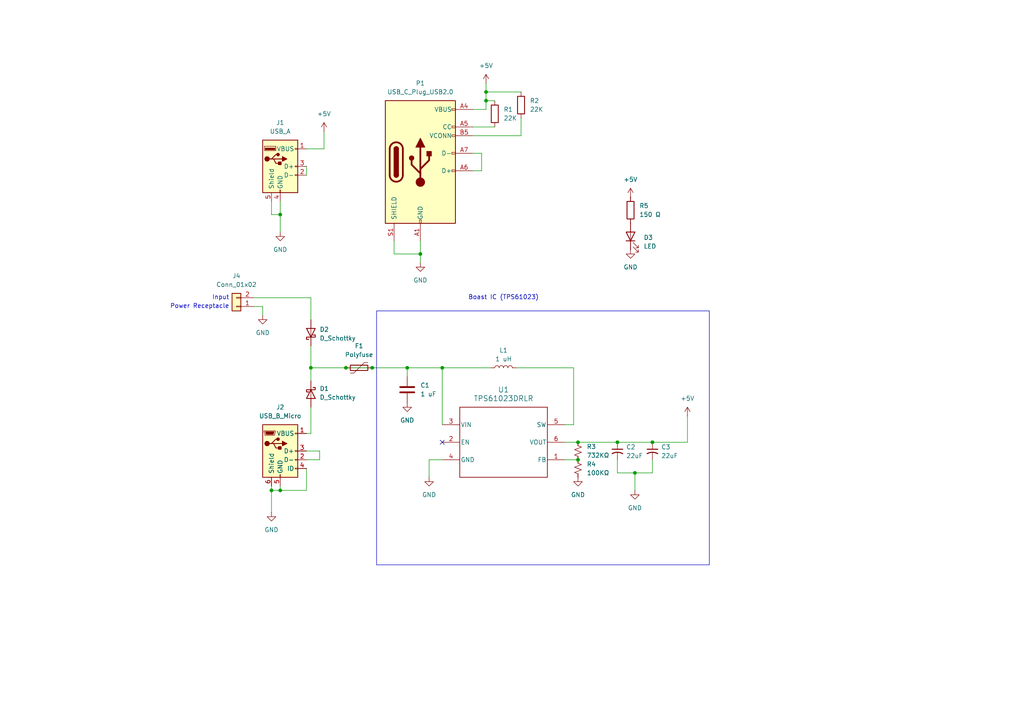
<source format=kicad_sch>
(kicad_sch (version 20250114) (generator "eeschema") (generator_version "9.0")
  (paper "A4")
  (lib_symbols
    (symbol "2025-09-26_03-45-56:TPS61023DRLR" (pin_names (offset 0.254))
      (property "Reference" "U" (at 0 2.54 0))
      (property "Value" "TPS61023DRLR" (at 0 0 0))
      (symbol "TPS61023DRLR_0_1"
        (polyline (pts (xy -12.7 10.16) (xy -12.7 -10.16)) (stroke (width 0.2032)))
        (polyline (pts (xy -12.7 -10.16) (xy 12.7 -10.16)) (stroke (width 0.2032)))
        (polyline (pts (xy 12.7 10.16) (xy -12.7 10.16)) (stroke (width 0.2032)))
        (polyline (pts (xy 12.7 -10.16) (xy 12.7 10.16)) (stroke (width 0.2032)))
        (pin power_in line (at -17.78 5.08 0) (length 5.08) (name "VIN") (number "3"))
        (pin input line (at -17.78 0 0) (length 5.08) (name "EN") (number "2"))
        (pin power_in line (at -17.78 -5.08 0) (length 5.08) (name "GND") (number "4"))
        (pin power_in line (at 17.78 5.08 180) (length 5.08) (name "SW") (number "5"))
        (pin power_in line (at 17.78 0 180) (length 5.08) (name "VOUT") (number "6"))
        (pin input line (at 17.78 -5.08 180) (length 5.08) (name "FB") (number "1"))
      )
    )
    (symbol "Connector:USB_A" (pin_names (offset 1.016))
      (property "Reference" "J" (at -5.08 11.43 0))
      (property "Value" "USB_A" (at -5.08 8.89 0))
      (symbol "USB_A_0_1"
        (rectangle (start -5.08 -7.62) (end 5.08 7.62) (stroke (width 0.254)) (fill (type background)))
        (circle (center -3.81 2.159) (radius 0.635) (stroke (width 0.254)) (fill (type outline)))
        (polyline (pts (xy -3.175 2.159) (xy -2.54 2.159) (xy -1.27 3.429) (xy -0.635 3.429)) (stroke (width 0.254)))
        (polyline (pts (xy -2.54 2.159) (xy -1.905 2.159) (xy -1.27 0.889) (xy 0 0.889)) (stroke (width 0.254)))
        (rectangle (start -1.524 4.826) (end -4.318 5.334) (fill (type outline)))
        (rectangle (start -1.27 4.572) (end -4.572 5.842))
        (circle (center -0.635 3.429) (radius 0.381) (stroke (width 0.254)) (fill (type outline)))
        (rectangle (start -0.127 -7.62) (end 0.127 -6.858))
        (rectangle (start 0.254 1.27) (end -0.508 0.508) (stroke (width 0.254)) (fill (type outline)))
        (polyline (pts (xy 0.635 2.794) (xy 0.635 1.524) (xy 1.905 2.159) (xy 0.635 2.794)) (stroke (width 0.254)) (fill (type outline)))
        (rectangle (start 5.08 4.953) (end 4.318 5.207))
        (rectangle (start 5.08 -0.127) (end 4.318 0.127))
        (rectangle (start 5.08 -2.667) (end 4.318 -2.413))
      )
      (symbol "USB_A_1_1"
        (polyline (pts (xy -1.905 2.159) (xy 0.635 2.159)) (stroke (width 0.254)))
        (pin passive line (at -2.54 -10.16 90) (length 2.54) (name "Shield") (number "5"))
        (pin power_in line (at 0 -10.16 90) (length 2.54) (name "GND") (number "4"))
        (pin power_in line (at 7.62 5.08 180) (length 2.54) (name "VBUS") (number "1"))
        (pin bidirectional line (at 7.62 0 180) (length 2.54) (name "D+") (number "3"))
        (pin bidirectional line (at 7.62 -2.54 180) (length 2.54) (name "D-") (number "2"))
      )
    )
    (symbol "Connector:USB_B_Micro" (pin_names (offset 1.016))
      (property "Reference" "J" (at -5.08 11.43 0))
      (property "Value" "USB_B_Micro" (at -5.08 8.89 0))
      (symbol "USB_B_Micro_0_1"
        (rectangle (start -5.08 -7.62) (end 5.08 7.62) (stroke (width 0.254)) (fill (type background)))
        (polyline (pts (xy -4.699 5.842) (xy -4.699 5.588) (xy -4.445 4.826) (xy -4.445 4.572) (xy -1.651 4.572) (xy -1.651 4.826) (xy -1.397 5.588) (xy -1.397 5.842) (xy -4.699 5.842)))
        (polyline (pts (xy -4.318 5.588) (xy -1.778 5.588) (xy -2.032 4.826) (xy -4.064 4.826) (xy -4.318 5.588)) (fill (type outline)))
        (circle (center -3.81 2.159) (radius 0.635) (stroke (width 0.254)) (fill (type outline)))
        (polyline (pts (xy -3.175 2.159) (xy -2.54 2.159) (xy -1.27 3.429) (xy -0.635 3.429)) (stroke (width 0.254)))
        (polyline (pts (xy -2.54 2.159) (xy -1.905 2.159) (xy -1.27 0.889) (xy 0 0.889)) (stroke (width 0.254)))
        (polyline (pts (xy -1.905 2.159) (xy 0.635 2.159)) (stroke (width 0.254)))
        (circle (center -0.635 3.429) (radius 0.381) (stroke (width 0.254)) (fill (type outline)))
        (rectangle (start -0.127 -7.62) (end 0.127 -6.858))
        (rectangle (start 0.254 1.27) (end -0.508 0.508) (stroke (width 0.254)) (fill (type outline)))
        (polyline (pts (xy 0.635 2.794) (xy 0.635 1.524) (xy 1.905 2.159) (xy 0.635 2.794)) (stroke (width 0.254)) (fill (type outline)))
        (rectangle (start 5.08 4.953) (end 4.318 5.207))
        (rectangle (start 5.08 -0.127) (end 4.318 0.127))
        (rectangle (start 5.08 -2.667) (end 4.318 -2.413))
        (rectangle (start 5.08 -5.207) (end 4.318 -4.953))
      )
      (symbol "USB_B_Micro_1_1"
        (pin passive line (at -2.54 -10.16 90) (length 2.54) (name "Shield") (number "6"))
        (pin power_out line (at 0 -10.16 90) (length 2.54) (name "GND") (number "5"))
        (pin power_out line (at 7.62 5.08 180) (length 2.54) (name "VBUS") (number "1"))
        (pin bidirectional line (at 7.62 0 180) (length 2.54) (name "D+") (number "3"))
        (pin bidirectional line (at 7.62 -2.54 180) (length 2.54) (name "D-") (number "2"))
        (pin passive line (at 7.62 -5.08 180) (length 2.54) (name "ID") (number "4"))
      )
    )
    (symbol "Connector:USB_C_Plug_USB2.0" (pin_names (offset 1.016))
      (property "Reference" "P" (at -10.16 19.05 0))
      (property "Value" "USB_C_Plug_USB2.0" (at 12.7 19.05 0))
      (symbol "USB_C_Plug_USB2.0_0_0"
        (rectangle (start -0.254 -17.78) (end 0.254 -16.764))
        (rectangle (start 10.16 15.494) (end 9.144 14.986))
        (rectangle (start 10.16 10.414) (end 9.144 9.906))
        (rectangle (start 10.16 7.874) (end 9.144 7.366))
        (rectangle (start 10.16 2.794) (end 9.144 2.286))
        (rectangle (start 10.16 -2.286) (end 9.144 -2.794))
      )
      (symbol "USB_C_Plug_USB2.0_0_1"
        (rectangle (start -10.16 17.78) (end 10.16 -17.78) (stroke (width 0.254)) (fill (type background)))
        (polyline (pts (xy -8.89 -3.81) (xy -8.89 3.81)) (stroke (width 0.508)))
        (rectangle (start -7.62 -3.81) (end -6.35 3.81) (stroke (width 0.254)) (fill (type outline)))
        (arc (start -7.62 3.81) (mid -6.985 4.4423) (end -6.35 3.81) (stroke (width 0.254)))
        (arc (start -7.62 3.81) (mid -6.985 4.4423) (end -6.35 3.81) (stroke (width 0.254)) (fill (type outline)))
        (arc (start -8.89 3.81) (mid -6.985 5.7067) (end -5.08 3.81) (stroke (width 0.508)))
        (arc (start -5.08 -3.81) (mid -6.985 -5.7067) (end -8.89 -3.81) (stroke (width 0.508)))
        (arc (start -6.35 -3.81) (mid -6.985 -4.4423) (end -7.62 -3.81) (stroke (width 0.254)))
        (arc (start -6.35 -3.81) (mid -6.985 -4.4423) (end -7.62 -3.81) (stroke (width 0.254)) (fill (type outline)))
        (polyline (pts (xy -5.08 3.81) (xy -5.08 -3.81)) (stroke (width 0.508)))
        (circle (center -2.54 1.143) (radius 0.635) (stroke (width 0.254)) (fill (type outline)))
        (polyline (pts (xy -1.27 4.318) (xy 0 6.858) (xy 1.27 4.318) (xy -1.27 4.318)) (stroke (width 0.254)) (fill (type outline)))
        (polyline (pts (xy 0 -2.032) (xy 2.54 0.508) (xy 2.54 1.778)) (stroke (width 0.508)))
        (polyline (pts (xy 0 -3.302) (xy -2.54 -0.762) (xy -2.54 0.508)) (stroke (width 0.508)))
        (polyline (pts (xy 0 -5.842) (xy 0 4.318)) (stroke (width 0.508)))
        (circle (center 0 -5.842) (radius 1.27) (fill (type outline)))
        (rectangle (start 1.905 1.778) (end 3.175 3.048) (stroke (width 0.254)) (fill (type outline)))
      )
      (symbol "USB_C_Plug_USB2.0_1_1"
        (pin passive line (at -7.62 -22.86 90) (length 5.08) (name "SHIELD") (number "S1"))
        (pin passive line (at 0 -22.86 90) (length 5.08) (name "GND") (number "A1"))
        (pin passive line (at 0 -22.86 90) (length 5.08) (hide yes) (name "GND") (number "A12"))
        (pin passive line (at 0 -22.86 90) (length 5.08) (hide yes) (name "GND") (number "B1"))
        (pin passive line (at 0 -22.86 90) (length 5.08) (hide yes) (name "GND") (number "B12"))
        (pin passive line (at 15.24 15.24 180) (length 5.08) (name "VBUS") (number "A4"))
        (pin passive line (at 15.24 15.24 180) (length 5.08) (hide yes) (name "VBUS") (number "A9"))
        (pin passive line (at 15.24 15.24 180) (length 5.08) (hide yes) (name "VBUS") (number "B4"))
        (pin passive line (at 15.24 15.24 180) (length 5.08) (hide yes) (name "VBUS") (number "B9"))
        (pin bidirectional line (at 15.24 10.16 180) (length 5.08) (name "CC") (number "A5"))
        (pin bidirectional line (at 15.24 7.62 180) (length 5.08) (name "VCONN") (number "B5"))
        (pin bidirectional line (at 15.24 2.54 180) (length 5.08) (name "D-") (number "A7"))
        (pin bidirectional line (at 15.24 -2.54 180) (length 5.08) (name "D+") (number "A6"))
      )
    )
    (symbol "Connector_Generic:Conn_01x02" (pin_names (offset 1.016) (hide yes))
      (property "Reference" "J" (at 0 2.54 0))
      (property "Value" "Conn_01x02" (at 0 -5.08 0))
      (symbol "Conn_01x02_1_1"
        (rectangle (start -1.27 1.27) (end 1.27 -3.81) (stroke (width 0.254)) (fill (type background)))
        (rectangle (start -1.27 0.127) (end 0 -0.127) (stroke (width 0.1524)))
        (rectangle (start -1.27 -2.413) (end 0 -2.667) (stroke (width 0.1524)))
        (pin passive line (at -5.08 0 0) (length 3.81) (name "Pin_1") (number "1"))
        (pin passive line (at -5.08 -2.54 0) (length 3.81) (name "Pin_2") (number "2"))
      )
    )
    (symbol "Device:C" (pin_numbers (hide yes)) (pin_names (offset 0.254))
      (property "Reference" "C" (at 0.635 2.54 0))
      (property "Value" "C" (at 0.635 -2.54 0))
      (symbol "C_0_1"
        (polyline (pts (xy -2.032 0.762) (xy 2.032 0.762)) (stroke (width 0.508)))
        (polyline (pts (xy -2.032 -0.762) (xy 2.032 -0.762)) (stroke (width 0.508)))
      )
      (symbol "C_1_1"
        (pin passive line (at 0 3.81 270) (length 2.794) (name "~") (number "1"))
        (pin passive line (at 0 -3.81 90) (length 2.794) (name "~") (number "2"))
      )
    )
    (symbol "Device:C_Small_US" (pin_numbers (hide yes)) (pin_names (offset 0.254) (hide yes))
      (property "Reference" "C" (at 0.254 1.778 0))
      (property "Value" "C_Small_US" (at 0.254 -2.032 0))
      (symbol "C_Small_US_0_1"
        (polyline (pts (xy -1.524 0.508) (xy 1.524 0.508)) (stroke (width 0.3048)))
        (arc (start -1.524 -0.762) (mid 0 -0.3734) (end 1.524 -0.762) (stroke (width 0.3048)))
      )
      (symbol "C_Small_US_1_1"
        (pin passive line (at 0 2.54 270) (length 2.032) (name "~") (number "1"))
        (pin passive line (at 0 -2.54 90) (length 2.032) (name "~") (number "2"))
      )
    )
    (symbol "Device:D_Schottky" (pin_numbers (hide yes)) (pin_names (offset 1.016) (hide yes))
      (property "Reference" "D" (at 0 2.54 0))
      (property "Value" "D_Schottky" (at 0 -2.54 0))
      (symbol "D_Schottky_0_1"
        (polyline (pts (xy -1.905 0.635) (xy -1.905 1.27) (xy -1.27 1.27) (xy -1.27 -1.27) (xy -0.635 -1.27) (xy -0.635 -0.635)) (stroke (width 0.254)))
        (polyline (pts (xy 1.27 1.27) (xy 1.27 -1.27) (xy -1.27 0) (xy 1.27 1.27)) (stroke (width 0.254)))
        (polyline (pts (xy 1.27 0) (xy -1.27 0)))
      )
      (symbol "D_Schottky_1_1"
        (pin passive line (at -3.81 0 0) (length 2.54) (name "K") (number "1"))
        (pin passive line (at 3.81 0 180) (length 2.54) (name "A") (number "2"))
      )
    )
    (symbol "Device:L" (pin_numbers (hide yes)) (pin_names (offset 1.016) (hide yes))
      (property "Reference" "L" (at -1.27 0 90))
      (property "Value" "L" (at 1.905 0 90))
      (symbol "L_0_1"
        (arc (start 0 2.54) (mid 0.6323 1.905) (end 0 1.27))
        (arc (start 0 1.27) (mid 0.6323 0.635) (end 0 0))
        (arc (start 0 0) (mid 0.6323 -0.635) (end 0 -1.27))
        (arc (start 0 -1.27) (mid 0.6323 -1.905) (end 0 -2.54))
      )
      (symbol "L_1_1"
        (pin passive line (at 0 3.81 270) (length 1.27) (name "1") (number "1"))
        (pin passive line (at 0 -3.81 90) (length 1.27) (name "2") (number "2"))
      )
    )
    (symbol "Device:LED" (pin_numbers (hide yes)) (pin_names (offset 1.016) (hide yes))
      (property "Reference" "D" (at 0 2.54 0))
      (property "Value" "LED" (at 0 -2.54 0))
      (symbol "LED_0_1"
        (polyline (pts (xy -3.048 -0.762) (xy -4.572 -2.286) (xy -3.81 -2.286) (xy -4.572 -2.286) (xy -4.572 -1.524)))
        (polyline (pts (xy -1.778 -0.762) (xy -3.302 -2.286) (xy -2.54 -2.286) (xy -3.302 -2.286) (xy -3.302 -1.524)))
        (polyline (pts (xy -1.27 0) (xy 1.27 0)))
        (polyline (pts (xy -1.27 -1.27) (xy -1.27 1.27)) (stroke (width 0.254)))
        (polyline (pts (xy 1.27 -1.27) (xy 1.27 1.27) (xy -1.27 0) (xy 1.27 -1.27)) (stroke (width 0.254)))
      )
      (symbol "LED_1_1"
        (pin passive line (at -3.81 0 0) (length 2.54) (name "K") (number "1"))
        (pin passive line (at 3.81 0 180) (length 2.54) (name "A") (number "2"))
      )
    )
    (symbol "Device:Polyfuse" (pin_numbers (hide yes)) (pin_names (offset 0))
      (property "Reference" "F" (at -2.54 0 90))
      (property "Value" "Polyfuse" (at 2.54 0 90))
      (symbol "Polyfuse_0_1"
        (polyline (pts (xy -1.524 2.54) (xy -1.524 1.524) (xy 1.524 -1.524) (xy 1.524 -2.54)))
        (rectangle (start -0.762 2.54) (end 0.762 -2.54) (stroke (width 0.254)))
        (polyline (pts (xy 0 2.54) (xy 0 -2.54)))
      )
      (symbol "Polyfuse_1_1"
        (pin passive line (at 0 3.81 270) (length 1.27) (name "~") (number "1"))
        (pin passive line (at 0 -3.81 90) (length 1.27) (name "~") (number "2"))
      )
    )
    (symbol "Device:R" (pin_numbers (hide yes)) (pin_names (offset 0))
      (property "Reference" "R" (at 2.032 0 90))
      (property "Value" "R" (at 0 0 90))
      (symbol "R_0_1"
        (rectangle (start -1.016 -2.54) (end 1.016 2.54) (stroke (width 0.254)))
      )
      (symbol "R_1_1"
        (pin passive line (at 0 3.81 270) (length 1.27) (name "~") (number "1"))
        (pin passive line (at 0 -3.81 90) (length 1.27) (name "~") (number "2"))
      )
    )
    (symbol "Device:R_Small_US" (pin_numbers (hide yes)) (pin_names (offset 0.254) (hide yes))
      (property "Reference" "R" (at 0.762 0.508 0))
      (property "Value" "R_Small_US" (at 0.762 -1.016 0))
      (symbol "R_Small_US_1_1"
        (polyline (pts (xy 0 1.524) (xy 1.016 1.143) (xy 0 0.762) (xy -1.016 0.381) (xy 0 0)))
        (polyline (pts (xy 0 0) (xy 1.016 -0.381) (xy 0 -0.762) (xy -1.016 -1.143) (xy 0 -1.524)))
        (pin passive line (at 0 2.54 270) (length 1.016) (name "~") (number "1"))
        (pin passive line (at 0 -2.54 90) (length 1.016) (name "~") (number "2"))
      )
    )
    (symbol "power:+5V" (power) (pin_numbers (hide yes)) (pin_names (offset 0) (hide yes))
      (property "Value" "+5V" (at 0 3.556 0))
      (symbol "+5V_0_1"
        (polyline (pts (xy -0.762 1.27) (xy 0 2.54)))
        (polyline (pts (xy 0 2.54) (xy 0.762 1.27)))
        (polyline (pts (xy 0 0) (xy 0 2.54)))
      )
      (symbol "+5V_1_1"
        (pin power_in line (at 0 0 90) (length 0) (name "~") (number "1"))
      )
    )
    (symbol "power:GND" (power) (pin_numbers (hide yes)) (pin_names (offset 0) (hide yes))
      (property "Value" "GND" (at 0 -3.81 0))
      (symbol "GND_0_1"
        (polyline (pts (xy 0 0) (xy 0 -1.27) (xy 1.27 -1.27) (xy 0 -2.54) (xy -1.27 -1.27) (xy 0 -1.27)))
      )
      (symbol "GND_1_1"
        (pin power_in line (at 0 0 270) (length 0) (name "~") (number "1"))
      )
    )
  )
  (rectangle (start 109.22 90.17) (end 205.74 163.83))
  (text "Input" (at 64.008 86.36 0) (effects (font (size 1.27 1.27))))
  (text "Boast IC (TPS61023)\n\n" (at 146.05 87.376 0) (effects (font (size 1.27 1.27))))
  (text "Power Receptacle" (at 57.912 88.9 0) (effects (font (size 1.27 1.27))))
  (junction (at 81.28 142.24))
  (junction (at 167.64 133.35))
  (junction (at 140.97 29.21))
  (junction (at 78.74 142.24))
  (junction (at 81.28 62.23))
  (junction (at 179.07 128.27))
  (junction (at 189.23 128.27))
  (junction (at 140.97 26.67))
  (junction (at 90.17 106.68))
  (junction (at 167.64 128.27))
  (junction (at 121.92 73.66))
  (junction (at 107.95 106.68))
  (junction (at 100.33 106.68))
  (junction (at 184.15 137.16))
  (junction (at 118.11 106.68))
  (junction (at 128.27 106.68))
  (no_connect (at 128.27 128.27))
  (wire (pts (xy 137.16 49.53) (xy 139.7 49.53)))
  (wire (pts (xy 137.16 36.83) (xy 143.51 36.83)))
  (wire (pts (xy 76.2 91.44) (xy 76.2 88.9)))
  (wire (pts (xy 90.17 125.73) (xy 90.17 118.11)))
  (wire (pts (xy 88.9 133.35) (xy 92.71 133.35)))
  (wire (pts (xy 90.17 92.71) (xy 90.17 86.36)))
  (wire (pts (xy 78.74 58.42) (xy 78.74 62.23)))
  (wire (pts (xy 78.74 142.24) (xy 78.74 140.97)))
  (wire (pts (xy 114.3 73.66) (xy 121.92 73.66)))
  (wire (pts (xy 189.23 137.16) (xy 189.23 133.35)))
  (wire (pts (xy 199.39 120.65) (xy 199.39 128.27)))
  (wire (pts (xy 128.27 106.68) (xy 128.27 123.19)))
  (wire (pts (xy 179.07 128.27) (xy 189.23 128.27)))
  (wire (pts (xy 140.97 24.13) (xy 140.97 26.67)))
  (wire (pts (xy 140.97 29.21) (xy 140.97 31.75)))
  (wire (pts (xy 179.07 137.16) (xy 184.15 137.16)))
  (wire (pts (xy 118.11 106.68) (xy 128.27 106.68)))
  (wire (pts (xy 166.37 123.19) (xy 163.83 123.19)))
  (wire (pts (xy 163.83 133.35) (xy 167.64 133.35)))
  (wire (pts (xy 88.9 142.24) (xy 81.28 142.24)))
  (wire (pts (xy 121.92 69.85) (xy 121.92 73.66)))
  (wire (pts (xy 90.17 100.33) (xy 90.17 106.68)))
  (wire (pts (xy 90.17 86.36) (xy 73.66 86.36)))
  (wire (pts (xy 81.28 142.24) (xy 78.74 142.24)))
  (wire (pts (xy 128.27 133.35) (xy 124.46 133.35)))
  (wire (pts (xy 114.3 69.85) (xy 114.3 73.66)))
  (wire (pts (xy 90.17 106.68) (xy 100.33 106.68)))
  (wire (pts (xy 118.11 106.68) (xy 118.11 109.22)))
  (wire (pts (xy 78.74 148.59) (xy 78.74 142.24)))
  (wire (pts (xy 90.17 106.68) (xy 90.17 110.49)))
  (wire (pts (xy 76.2 88.9) (xy 73.66 88.9)))
  (wire (pts (xy 189.23 128.27) (xy 199.39 128.27)))
  (wire (pts (xy 184.15 137.16) (xy 184.15 142.24)))
  (wire (pts (xy 151.13 39.37) (xy 137.16 39.37)))
  (wire (pts (xy 92.71 130.81) (xy 92.71 133.35)))
  (wire (pts (xy 140.97 26.67) (xy 151.13 26.67)))
  (wire (pts (xy 81.28 58.42) (xy 81.28 62.23)))
  (wire (pts (xy 88.9 135.89) (xy 88.9 142.24)))
  (wire (pts (xy 121.92 73.66) (xy 121.92 76.2)))
  (wire (pts (xy 81.28 142.24) (xy 81.28 140.97)))
  (wire (pts (xy 140.97 29.21) (xy 143.51 29.21)))
  (wire (pts (xy 179.07 137.16) (xy 179.07 133.35)))
  (wire (pts (xy 137.16 44.45) (xy 139.7 44.45)))
  (wire (pts (xy 100.33 106.68) (xy 107.95 106.68)))
  (wire (pts (xy 88.9 130.81) (xy 92.71 130.81)))
  (wire (pts (xy 149.86 106.68) (xy 166.37 106.68)))
  (wire (pts (xy 107.95 106.68) (xy 118.11 106.68)))
  (wire (pts (xy 151.13 34.29) (xy 151.13 39.37)))
  (wire (pts (xy 88.9 43.18) (xy 93.98 43.18)))
  (wire (pts (xy 81.28 62.23) (xy 81.28 67.31)))
  (wire (pts (xy 88.9 125.73) (xy 90.17 125.73)))
  (wire (pts (xy 124.46 133.35) (xy 124.46 138.43)))
  (wire (pts (xy 140.97 26.67) (xy 140.97 29.21)))
  (wire (pts (xy 88.9 48.26) (xy 88.9 50.8)))
  (wire (pts (xy 163.83 128.27) (xy 167.64 128.27)))
  (wire (pts (xy 128.27 106.68) (xy 142.24 106.68)))
  (wire (pts (xy 167.64 128.27) (xy 179.07 128.27)))
  (wire (pts (xy 139.7 44.45) (xy 139.7 49.53)))
  (wire (pts (xy 184.15 137.16) (xy 189.23 137.16)))
  (wire (pts (xy 166.37 106.68) (xy 166.37 123.19)))
  (wire (pts (xy 78.74 62.23) (xy 81.28 62.23)))
  (wire (pts (xy 140.97 31.75) (xy 137.16 31.75)))
  (wire (pts (xy 93.98 43.18) (xy 93.98 38.1)))
  (symbol (lib_id "power:GND") (at 118.11 116.84 0) (unit 1)
    (property "Reference" "#PWR07" (effects (hide yes)))
    (property "Value" "GND" (at 118.11 121.92 0))
    (property "Description" "Power symbol creates a global label with name \"GND\" , ground" (effects (hide yes)))
  )
  (symbol (lib_id "2025-09-26_03-45-56:TPS61023DRLR") (at 146.05 128.27 0) (unit 1)
    (property "Reference" "U1" (at 146.05 113.03 0) (effects (font (size 1.524 1.524))))
    (property "Value" "TPS61023DRLR" (at 146.05 115.57 0) (effects (font (size 1.524 1.524))))
    (property "Footprint" "DRL0006A" (effects (hide yes)))
    (property "Datasheet" "https://www.ti.com/lit/gpn/tps61023" (effects (hide yes)))
  )
  (symbol (lib_id "Device:C_Small_US") (at 179.07 130.81 0) (unit 1)
    (property "Reference" "C2" (at 181.61 129.6669 0) (effects (justify left)))
    (property "Value" "22uF" (at 181.61 132.2069 0) (effects (justify left)))
    (property "Description" "capacitor, small US symbol" (effects (hide yes)))
  )
  (symbol (lib_id "power:+5V") (at 182.88 57.15 0) (unit 1)
    (property "Reference" "#PWR013" (effects (hide yes)))
    (property "Value" "+5V" (at 182.88 52.07 0))
    (property "Description" "Power symbol creates a global label with name \"+5V\"" (effects (hide yes)))
  )
  (symbol (lib_id "power:GND") (at 81.28 67.31 0) (unit 1)
    (property "Reference" "#PWR02" (effects (hide yes)))
    (property "Value" "GND" (at 81.28 72.39 0))
    (property "Description" "Power symbol creates a global label with name \"GND\" , ground" (effects (hide yes)))
  )
  (symbol (lib_id "Device:L") (at 146.05 106.68 90) (unit 1)
    (property "Reference" "L1" (at 146.05 101.6 90))
    (property "Value" "1 uH" (at 146.05 104.14 90))
    (property "Description" "Inductor" (effects (hide yes)))
  )
  (symbol (lib_id "power:GND") (at 167.64 138.43 0) (unit 1)
    (property "Reference" "#PWR09" (effects (hide yes)))
    (property "Value" "GND" (at 167.64 143.51 0))
    (property "Description" "Power symbol creates a global label with name \"GND\" , ground" (effects (hide yes)))
  )
  (symbol (lib_id "Device:R") (at 151.13 30.48 0) (unit 1)
    (property "Reference" "R2" (at 153.67 29.2099 0) (effects (justify left)))
    (property "Value" "22K" (at 153.67 31.7499 0) (effects (justify left)))
    (property "Description" "Resistor" (effects (hide yes)))
  )
  (symbol (lib_id "power:GND") (at 182.88 72.39 0) (unit 1)
    (property "Reference" "#PWR012" (effects (hide yes)))
    (property "Value" "GND" (at 182.88 77.47 0))
    (property "Description" "Power symbol creates a global label with name \"GND\" , ground" (effects (hide yes)))
  )
  (symbol (lib_id "Device:R_Small_US") (at 167.64 130.81 0) (unit 1)
    (property "Reference" "R3" (at 170.18 129.5399 0) (effects (justify left)))
    (property "Value" "732KΩ" (at 170.18 132.0799 0) (effects (justify left)))
    (property "Description" "Resistor, small US symbol" (effects (hide yes)))
  )
  (symbol (lib_id "Connector:USB_B_Micro") (at 81.28 130.81 0) (unit 1)
    (property "Reference" "J2" (at 81.28 118.11 0))
    (property "Value" "USB_B_Micro" (at 81.28 120.65 0))
    (property "Description" "USB Micro Type B connector" (effects (hide yes)))
  )
  (symbol (lib_id "Connector_Generic:Conn_01x02") (at 68.58 88.9 180) (unit 1)
    (property "Reference" "J4" (at 68.58 80.01 0))
    (property "Value" "Conn_01x02" (at 68.58 82.55 0))
    (property "Description" "Generic connector, single row, 01x02, script generated (kicad-library-utils/schlib/autogen/connector/)" (effects (hide yes)))
  )
  (symbol (lib_id "power:GND") (at 78.74 148.59 0) (unit 1)
    (property "Reference" "#PWR05" (effects (hide yes)))
    (property "Value" "GND" (at 78.74 153.67 0))
    (property "Description" "Power symbol creates a global label with name \"GND\" , ground" (effects (hide yes)))
  )
  (symbol (lib_id "Device:C_Small_US") (at 189.23 130.81 0) (unit 1)
    (property "Reference" "C3" (at 191.77 129.6669 0) (effects (justify left)))
    (property "Value" "22uF" (at 191.77 132.2069 0) (effects (justify left)))
    (property "Description" "capacitor, small US symbol" (effects (hide yes)))
  )
  (symbol (lib_id "Device:R") (at 143.51 33.02 0) (unit 1)
    (property "Reference" "R1" (at 146.05 31.7499 0) (effects (justify left)))
    (property "Value" "22K" (at 146.05 34.2899 0) (effects (justify left)))
    (property "Description" "Resistor" (effects (hide yes)))
  )
  (symbol (lib_id "power:GND") (at 184.15 142.24 0) (unit 1)
    (property "Reference" "#PWR010" (effects (hide yes)))
    (property "Value" "GND" (at 184.15 147.32 0))
    (property "Description" "Power symbol creates a global label with name \"GND\" , ground" (effects (hide yes)))
  )
  (symbol (lib_id "Device:C") (at 118.11 113.03 0) (unit 1)
    (property "Reference" "C1" (at 121.92 111.7599 0) (effects (justify left)))
    (property "Value" "1 uF" (at 121.92 114.2999 0) (effects (justify left)))
    (property "Description" "Unpolarized capacitor" (effects (hide yes)))
  )
  (symbol (lib_id "Connector:USB_C_Plug_USB2.0") (at 121.92 46.99 0) (unit 1)
    (property "Reference" "P1" (at 121.92 24.13 0))
    (property "Value" "USB_C_Plug_USB2.0" (at 121.92 26.67 0))
    (property "Datasheet" "https://www.usb.org/sites/default/files/documents/usb_type-c.zip" (effects (hide yes)))
    (property "Description" "USB 2.0-only Type-C Plug connector" (effects (hide yes)))
  )
  (symbol (lib_id "Device:D_Schottky") (at 90.17 96.52 90) (unit 1)
    (property "Reference" "D2" (at 92.71 95.5674 90) (effects (justify right)))
    (property "Value" "D_Schottky" (at 92.71 98.1074 90) (effects (justify right)))
    (property "Description" "Schottky diode" (effects (hide yes)))
  )
  (symbol (lib_id "power:GND") (at 76.2 91.44 0) (unit 1)
    (property "Reference" "#PWR06" (effects (hide yes)))
    (property "Value" "GND" (at 76.2 96.52 0))
    (property "Description" "Power symbol creates a global label with name \"GND\" , ground" (effects (hide yes)))
  )
  (symbol (lib_id "Device:R_Small_US") (at 167.64 135.89 0) (unit 1)
    (property "Reference" "R4" (at 170.18 134.6199 0) (effects (justify left)))
    (property "Value" "100KΩ" (at 170.18 137.1599 0) (effects (justify left)))
    (property "Description" "Resistor, small US symbol" (effects (hide yes)))
  )
  (symbol (lib_id "power:GND") (at 121.92 76.2 0) (unit 1)
    (property "Reference" "#PWR03" (effects (hide yes)))
    (property "Value" "GND" (at 121.92 81.28 0))
    (property "Description" "Power symbol creates a global label with name \"GND\" , ground" (effects (hide yes)))
  )
  (symbol (lib_id "Device:D_Schottky") (at 90.17 114.3 270) (unit 1)
    (property "Reference" "D1" (at 92.71 112.7124 90) (effects (justify left)))
    (property "Value" "D_Schottky" (at 92.71 115.2524 90) (effects (justify left)))
    (property "Description" "Schottky diode" (effects (hide yes)))
  )
  (symbol (lib_id "Device:Polyfuse") (at 104.14 106.68 90) (unit 1)
    (property "Reference" "F1" (at 104.14 100.33 90))
    (property "Value" "Polyfuse" (at 104.14 102.87 90))
    (property "Description" "Resettable fuse, polymeric positive temperature coefficient" (effects (hide yes)))
  )
  (symbol (lib_id "Device:R") (at 182.88 60.96 0) (unit 1)
    (property "Reference" "R5" (at 185.42 59.6899 0) (effects (justify left)))
    (property "Value" "150 Ω" (at 185.42 62.2299 0) (effects (justify left)))
    (property "Description" "Resistor" (effects (hide yes)))
  )
  (symbol (lib_id "power:+5V") (at 93.98 38.1 0) (unit 1)
    (property "Reference" "#PWR01" (effects (hide yes)))
    (property "Value" "+5V" (at 93.98 33.02 0))
    (property "Description" "Power symbol creates a global label with name \"+5V\"" (effects (hide yes)))
  )
  (symbol (lib_id "Connector:USB_A") (at 81.28 48.26 0) (unit 1)
    (property "Reference" "J1" (at 81.28 35.56 0))
    (property "Value" "USB_A" (at 81.28 38.1 0))
    (property "Description" "USB Type A connector" (effects (hide yes)))
  )
  (symbol (lib_id "power:+5V") (at 199.39 120.65 0) (unit 1)
    (property "Reference" "#PWR011" (effects (hide yes)))
    (property "Value" "+5V" (at 199.39 115.57 0))
    (property "Description" "Power symbol creates a global label with name \"+5V\"" (effects (hide yes)))
  )
  (symbol (lib_id "Device:LED") (at 182.88 68.58 90) (unit 1)
    (property "Reference" "D3" (at 186.69 68.8974 90) (effects (justify right)))
    (property "Value" "LED" (at 186.69 71.4374 90) (effects (justify right)))
    (property "Description" "Light emitting diode" (effects (hide yes)))
    (property "Sim.Pins" "1=K 2=A" (effects (hide yes)))
  )
  (symbol (lib_id "power:GND") (at 124.46 138.43 0) (unit 1)
    (property "Reference" "#PWR08" (effects (hide yes)))
    (property "Value" "GND" (at 124.46 143.51 0))
    (property "Description" "Power symbol creates a global label with name \"GND\" , ground" (effects (hide yes)))
  )
  (symbol (lib_id "power:+5V") (at 140.97 24.13 0) (unit 1)
    (property "Reference" "#PWR04" (effects (hide yes)))
    (property "Value" "+5V" (at 140.97 19.05 0))
    (property "Description" "Power symbol creates a global label with name \"+5V\"" (effects (hide yes)))
  )
)
</source>
